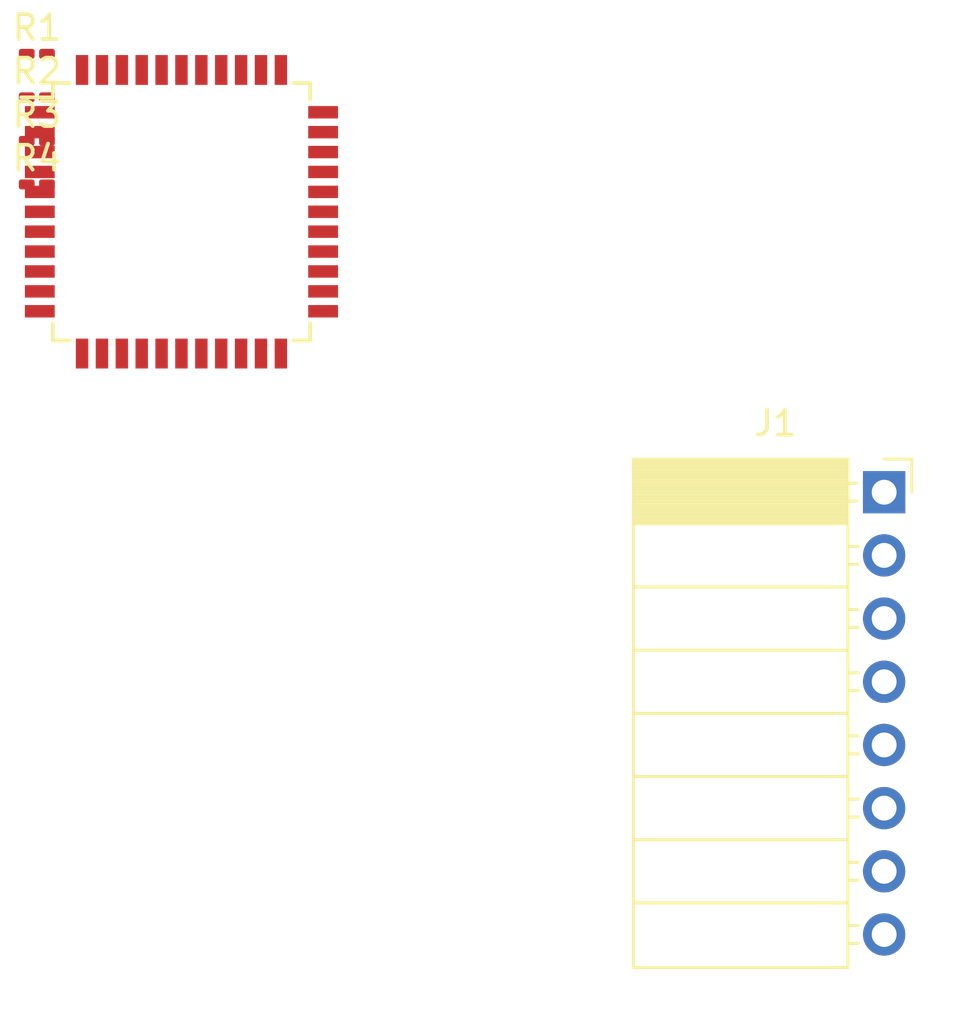
<source format=kicad_pcb>
(kicad_pcb (version 20240108) (generator "pcbnew") (generator_version "8.0")
  (layers (0 "F.Cu" signal) (31 "B.Cu" signal) (34 "B.Paste" user) (35 "F.Paste" user) (36 "B.SilkS" user "B.Silkscreen") (37 "F.SilkS" user "F.Silkscreen") (38 "B.Mask" user) (39 "F.Mask" user) (44 "Edge.Cuts" user))
  (net 0 "")
  (net 4 "IO4")
  (net 5 "IO0")
  (net 6 "IO3")
  (net 7 "IO1")
  (net 8 "IO5")
  (net 9 "IO6")
  (net 10 "IO7")
  (net 11 "IO2")
  (net 12 "Mesh DATA")
  (net 13 "ADC0")
  (net 14 "+3.3V")
  (net 15 "GND")
  (net 16 "Mesh CLK")
  (net 17 "Mesh RST")
  (net 18 "Net-(U1-X13)")
  (net 19 "Net-(U1-X12)")
  (net 20 "Net-(U1-X4)")
  (net 21 "Net-(U1-X5)")
  (net 22 "i2c SCL")
  (net 23 "SPI CLK")
  (net 24 "SPI MISO")
  (net 25 "GPIO1")
  (net 26 "i2c SDA")
  (net 27 "GPIO")
  (net 28 "SPI MOSI")
  (footprint "JumperlessFootprints:LQFP44_Tight" (layer "F.Cu") (at 7.1314 6.3242)
    (property "Reference" "U1" (hide yes))
    (property "Value" "~" (hide yes))
    (fp_line (start -5.5814 -4.7742) (end -5.5814 -4.1992) (stroke (width 0.15)) (layer "F.SilkS"))
    (fp_line (start -5.5814 -4.7742) (end -4.9064 -4.7742) (stroke (width 0.15)) (layer "F.SilkS"))
    (fp_line (start -5.5814 -4.1992) (end -6.8564 -4.1992) (stroke (width 0.15)) (layer "F.SilkS"))
    (fp_line (start -5.5814 5.5758) (end -5.5814 4.9008) (stroke (width 0.15)) (layer "F.SilkS"))
    (fp_line (start -5.5814 5.5758) (end -4.9064 5.5758) (stroke (width 0.15)) (layer "F.SilkS"))
    (fp_line (start 4.7686 -4.7742) (end 4.0936 -4.7742) (stroke (width 0.15)) (layer "F.SilkS"))
    (fp_line (start 4.7686 -4.7742) (end 4.7686 -4.0992) (stroke (width 0.15)) (layer "F.SilkS"))
    (fp_line (start 4.7686 5.5758) (end 4.0936 5.5758) (stroke (width 0.15)) (layer "F.SilkS"))
    (fp_line (start 4.7686 5.5758) (end 4.7686 4.9008) (stroke (width 0.15)) (layer "F.SilkS"))
    (pad "1" smd rect (at -6.1064 -3.5992 180) (size 1.2 0.5) (layers "F.Cu" "F.Paste" "F.Mask") (net 22 "i2c SCL"))
    (pad "2" smd rect (at -6.1064 -2.7992 180) (size 1.2 0.5) (layers "F.Cu" "F.Paste" "F.Mask") (net 26 "i2c SDA"))
    (pad "3" smd rect (at -6.1064 -1.9992 180) (size 1.2 0.5) (layers "F.Cu" "F.Paste" "F.Mask") (net 23 "SPI CLK"))
    (pad "4" smd rect (at -6.1064 -1.1992 180) (size 1.2 0.5) (layers "F.Cu" "F.Paste" "F.Mask") (net 28 "SPI MOSI"))
    (pad "5" smd rect (at -6.1064 -0.3992 180) (size 1.2 0.5) (layers "F.Cu" "F.Paste" "F.Mask") (net 24 "SPI MISO"))
    (pad "6" smd rect (at -6.1064 0.4008 180) (size 1.2 0.5) (layers "F.Cu" "F.Paste" "F.Mask") (net 27 "GPIO"))
    (pad "7" smd rect (at -6.1064 1.2008 180) (size 1.2 0.5) (layers "F.Cu" "F.Paste" "F.Mask") (net 13 "ADC0"))
    (pad "8" smd rect (at -6.1064 2.0008 180) (size 1.2 0.5) (layers "F.Cu" "F.Paste" "F.Mask") (net 25 "GPIO1"))
    (pad "9" smd rect (at -6.1064 2.8008 180) (size 1.2 0.5) (layers "F.Cu" "F.Paste" "F.Mask"))
    (pad "10" smd rect (at -6.1064 3.6008 180) (size 1.2 0.5) (layers "F.Cu" "F.Paste" "F.Mask") (net 15 "GND"))
    (pad "11" smd rect (at -6.1064 4.4008 180) (size 1.2 0.5) (layers "F.Cu" "F.Paste" "F.Mask") (net 10 "IO7"))
    (pad "12" smd rect (at -4.4064 6.1008 270) (size 1.2 0.5) (layers "F.Cu" "F.Paste" "F.Mask") (net 15 "GND"))
    (pad "13" smd rect (at -3.6064 6.1008 270) (size 1.2 0.5) (layers "F.Cu" "F.Paste" "F.Mask") (net 9 "IO6"))
    (pad "14" smd rect (at -2.8064 6.1008 270) (size 1.2 0.5) (layers "F.Cu" "F.Paste" "F.Mask") (net 14 "+3.3V"))
    (pad "15" smd rect (at -2.0064 6.1008 270) (size 1.2 0.5) (layers "F.Cu" "F.Paste" "F.Mask") (net 8 "IO5"))
    (pad "16" smd rect (at -1.2064 6.1008 270) (size 1.2 0.5) (layers "F.Cu" "F.Paste" "F.Mask"))
    (pad "17" smd rect (at -0.4064 6.1008 270) (size 1.2 0.5) (layers "F.Cu" "F.Paste" "F.Mask") (net 4 "IO4"))
    (pad "18" smd rect (at 0.3936 6.1008 270) (size 1.2 0.5) (layers "F.Cu" "F.Paste" "F.Mask") (net 15 "GND"))
    (pad "19" smd rect (at 1.1936 6.1008 270) (size 1.2 0.5) (layers "F.Cu" "F.Paste" "F.Mask") (net 15 "GND"))
    (pad "20" smd rect (at 1.9936 6.1008 270) (size 1.2 0.5) (layers "F.Cu" "F.Paste" "F.Mask") (net 15 "GND"))
    (pad "21" smd rect (at 2.7936 6.1008 270) (size 1.2 0.5) (layers "F.Cu" "F.Paste" "F.Mask") (net 15 "GND"))
    (pad "22" smd rect (at 3.5936 6.1008 270) (size 1.2 0.5) (layers "F.Cu" "F.Paste" "F.Mask"))
    (pad "23" smd rect (at 5.2936 4.4008 180) (size 1.2 0.5) (layers "F.Cu" "F.Paste" "F.Mask"))
    (pad "24" smd rect (at 5.2936 3.6008 180) (size 1.2 0.5) (layers "F.Cu" "F.Paste" "F.Mask") (net 18 "Net-(U1-X13)"))
    (pad "25" smd rect (at 5.2936 2.8008 180) (size 1.2 0.5) (layers "F.Cu" "F.Paste" "F.Mask") (net 19 "Net-(U1-X12)"))
    (pad "26" smd rect (at 5.2936 2.0008 180) (size 1.2 0.5) (layers "F.Cu" "F.Paste" "F.Mask") (net 21 "Net-(U1-X5)"))
    (pad "27" smd rect (at 5.2936 1.2008 180) (size 1.2 0.5) (layers "F.Cu" "F.Paste" "F.Mask") (net 20 "Net-(U1-X4)"))
    (pad "28" smd rect (at 5.2936 0.4008 180) (size 1.2 0.5) (layers "F.Cu" "F.Paste" "F.Mask"))
    (pad "29" smd rect (at 5.2936 -0.3992 180) (size 1.2 0.5) (layers "F.Cu" "F.Paste" "F.Mask"))
    (pad "30" smd rect (at 5.2936 -1.1992 180) (size 1.2 0.5) (layers "F.Cu" "F.Paste" "F.Mask") (net 15 "GND"))
    (pad "31" smd rect (at 5.2936 -1.9992 180) (size 1.2 0.5) (layers "F.Cu" "F.Paste" "F.Mask") (net 14 "+3.3V"))
    (pad "32" smd rect (at 5.2936 -2.7992 180) (size 1.2 0.5) (layers "F.Cu" "F.Paste" "F.Mask"))
    (pad "33" smd rect (at 5.2936 -3.5992 180) (size 1.2 0.5) (layers "F.Cu" "F.Paste" "F.Mask") (net 5 "IO0"))
    (pad "34" smd rect (at 3.5936 -5.2992 270) (size 1.2 0.5) (layers "F.Cu" "F.Paste" "F.Mask") (net 16 "Mesh CLK"))
    (pad "35" smd rect (at 2.7936 -5.2992 270) (size 1.2 0.5) (layers "F.Cu" "F.Paste" "F.Mask") (net 7 "IO1"))
    (pad "36" smd rect (at 1.9936 -5.2992 270) (size 1.2 0.5) (layers "F.Cu" "F.Paste" "F.Mask") (net 12 "Mesh DATA"))
    (pad "37" smd rect (at 1.1936 -5.2992 270) (size 1.2 0.5) (layers "F.Cu" "F.Paste" "F.Mask") (net 11 "IO2"))
    (pad "38" smd rect (at 0.3936 -5.2992 270) (size 1.2 0.5) (layers "F.Cu" "F.Paste" "F.Mask") (net 14 "+3.3V"))
    (pad "39" smd rect (at -0.4064 -5.2992 270) (size 1.2 0.5) (layers "F.Cu" "F.Paste" "F.Mask") (net 6 "IO3"))
    (pad "40" smd rect (at -1.2064 -5.2992 270) (size 1.2 0.5) (layers "F.Cu" "F.Paste" "F.Mask") (net 15 "GND"))
    (pad "41" smd rect (at -2.0064 -5.2992 270) (size 1.2 0.5) (layers "F.Cu" "F.Paste" "F.Mask") (net 17 "Mesh RST"))
    (pad "42" smd rect (at -2.8064 -5.2992 270) (size 1.2 0.5) (layers "F.Cu" "F.Paste" "F.Mask") (net 15 "GND"))
    (pad "43" smd rect (at -3.6064 -5.2992 270) (size 1.2 0.5) (layers "F.Cu" "F.Paste" "F.Mask") (net 15 "GND"))
    (pad "44" smd rect (at -4.4064 -5.2992 270) (size 1.2 0.5) (layers "F.Cu" "F.Paste" "F.Mask"))
  )
  (footprint "Resistor_SMD:R_0201_0603Metric_Pad0.64x0.40mm_HandSolder" (layer "F.Cu") (at 0.905 3.875)
    (property "Reference" "R3" (at 0 -1.05 0) (layer "F.SilkS"))
    (property "Value" "2k2")
    (pad "1" smd roundrect (at -0.4075 0) (size 0.635 0.4) (layers "F.Cu" "F.Mask") (net 14 "+3.3V"))
    (pad "2" smd roundrect (at 0.4075 0) (size 0.635 0.4) (layers "F.Cu" "F.Mask") (net 20 "Net-(U1-X4)"))
  )
  (footprint "Resistor_SMD:R_0201_0603Metric_Pad0.64x0.40mm_HandSolder" (layer "F.Cu") (at 0.905 0.375)
    (property "Reference" "R1" (at 0 -1.05 0) (layer "F.SilkS"))
    (property "Value" "4k7")
    (pad "1" smd roundrect (at -0.4075 0) (size 0.635 0.4) (layers "F.Cu" "F.Mask") (net 18 "Net-(U1-X13)"))
    (pad "2" smd roundrect (at 0.4075 0) (size 0.635 0.4) (layers "F.Cu" "F.Mask") (net 15 "GND"))
  )
  (footprint "Resistor_SMD:R_0201_0603Metric_Pad0.64x0.40mm_HandSolder" (layer "F.Cu") (at 0.905 5.625)
    (property "Reference" "R4" (at 0 -1.05 0) (layer "F.SilkS"))
    (property "Value" "2k2")
    (pad "1" smd roundrect (at -0.4075 0) (size 0.635 0.4) (layers "F.Cu" "F.Mask") (net 21 "Net-(U1-X5)"))
    (pad "2" smd roundrect (at 0.4075 0) (size 0.635 0.4) (layers "F.Cu" "F.Mask") (net 15 "GND"))
  )
  (footprint "Resistor_SMD:R_0201_0603Metric_Pad0.64x0.40mm_HandSolder" (layer "F.Cu") (at 0.905 2.125)
    (property "Reference" "R2" (at 0 -1.05 0) (layer "F.SilkS"))
    (property "Value" "4k7")
    (pad "1" smd roundrect (at -0.4075 0) (size 0.635 0.4) (layers "F.Cu" "F.Mask") (net 14 "+3.3V"))
    (pad "2" smd roundrect (at 0.4075 0) (size 0.635 0.4) (layers "F.Cu" "F.Mask") (net 19 "Net-(U1-X12)"))
  )
  (footprint "Connector_PinSocket_2.54mm:PinSocket_1x08_P2.54mm_Horizontal" (layer "F.Cu") (at 35 18)
    (property "Reference" "J1" (at -4.38 -2.77 0) (layer "F.SilkS"))
    (property "Value" "Conn_01x08_Socket")
    (fp_line (start -10.09 -1.33) (end -10.09 19.11) (stroke (width 0.12)) (layer "F.SilkS"))
    (fp_line (start -10.09 -1.33) (end -1.46 -1.33) (stroke (width 0.12)) (layer "F.SilkS"))
    (fp_line (start -10.09 -1.21) (end -1.46 -1.21) (stroke (width 0.12)) (layer "F.SilkS"))
    (fp_line (start -10.09 -1.091905) (end -1.46 -1.091905) (stroke (width 0.12)) (layer "F.SilkS"))
    (fp_line (start -10.09 -0.97381) (end -1.46 -0.97381) (stroke (width 0.12)) (layer "F.SilkS"))
    (fp_line (start -10.09 -0.855715) (end -1.46 -0.855715) (stroke (width 0.12)) (layer "F.SilkS"))
    (fp_line (start -10.09 -0.73762) (end -1.46 -0.73762) (stroke (width 0.12)) (layer "F.SilkS"))
    (fp_line (start -10.09 -0.619525) (end -1.46 -0.619525) (stroke (width 0.12)) (layer "F.SilkS"))
    (fp_line (start -10.09 -0.50143) (end -1.46 -0.50143) (stroke (width 0.12)) (layer "F.SilkS"))
    (fp_line (start -10.09 -0.383335) (end -1.46 -0.383335) (stroke (width 0.12)) (layer "F.SilkS"))
    (fp_line (start -10.09 -0.26524) (end -1.46 -0.26524) (stroke (width 0.12)) (layer "F.SilkS"))
    (fp_line (start -10.09 -0.147145) (end -1.46 -0.147145) (stroke (width 0.12)) (layer "F.SilkS"))
    (fp_line (start -10.09 -0.02905) (end -1.46 -0.02905) (stroke (width 0.12)) (layer "F.SilkS"))
    (fp_line (start -10.09 0.089045) (end -1.46 0.089045) (stroke (width 0.12)) (layer "F.SilkS"))
    (fp_line (start -10.09 0.20714) (end -1.46 0.20714) (stroke (width 0.12)) (layer "F.SilkS"))
    (fp_line (start -10.09 0.325235) (end -1.46 0.325235) (stroke (width 0.12)) (layer "F.SilkS"))
    (fp_line (start -10.09 0.44333) (end -1.46 0.44333) (stroke (width 0.12)) (layer "F.SilkS"))
    (fp_line (start -10.09 0.561425) (end -1.46 0.561425) (stroke (width 0.12)) (layer "F.SilkS"))
    (fp_line (start -10.09 0.67952) (end -1.46 0.67952) (stroke (width 0.12)) (layer "F.SilkS"))
    (fp_line (start -10.09 0.797615) (end -1.46 0.797615) (stroke (width 0.12)) (layer "F.SilkS"))
    (fp_line (start -10.09 0.91571) (end -1.46 0.91571) (stroke (width 0.12)) (layer "F.SilkS"))
    (fp_line (start -10.09 1.033805) (end -1.46 1.033805) (stroke (width 0.12)) (layer "F.SilkS"))
    (fp_line (start -10.09 1.1519) (end -1.46 1.1519) (stroke (width 0.12)) (layer "F.SilkS"))
    (fp_line (start -10.09 1.27) (end -1.46 1.27) (stroke (width 0.12)) (layer "F.SilkS"))
    (fp_line (start -10.09 3.81) (end -1.46 3.81) (stroke (width 0.12)) (layer "F.SilkS"))
    (fp_line (start -10.09 6.35) (end -1.46 6.35) (stroke (width 0.12)) (layer "F.SilkS"))
    (fp_line (start -10.09 8.89) (end -1.46 8.89) (stroke (width 0.12)) (layer "F.SilkS"))
    (fp_line (start -10.09 11.43) (end -1.46 11.43) (stroke (width 0.12)) (layer "F.SilkS"))
    (fp_line (start -10.09 13.97) (end -1.46 13.97) (stroke (width 0.12)) (layer "F.SilkS"))
    (fp_line (start -10.09 16.51) (end -1.46 16.51) (stroke (width 0.12)) (layer "F.SilkS"))
    (fp_line (start -10.09 19.11) (end -1.46 19.11) (stroke (width 0.12)) (layer "F.SilkS"))
    (fp_line (start -1.46 -1.33) (end -1.46 19.11) (stroke (width 0.12)) (layer "F.SilkS"))
    (fp_line (start -1.46 -0.36) (end -1.11 -0.36) (stroke (width 0.12)) (layer "F.SilkS"))
    (fp_line (start -1.46 0.36) (end -1.11 0.36) (stroke (width 0.12)) (layer "F.SilkS"))
    (fp_line (start -1.46 2.18) (end -1.05 2.18) (stroke (width 0.12)) (layer "F.SilkS"))
    (fp_line (start -1.46 2.9) (end -1.05 2.9) (stroke (width 0.12)) (layer "F.SilkS"))
    (fp_line (start -1.46 4.72) (end -1.05 4.72) (stroke (width 0.12)) (layer "F.SilkS"))
    (fp_line (start -1.46 5.44) (end -1.05 5.44) (stroke (width 0.12)) (layer "F.SilkS"))
    (fp_line (start -1.46 7.26) (end -1.05 7.26) (stroke (width 0.12)) (layer "F.SilkS"))
    (fp_line (start -1.46 7.98) (end -1.05 7.98) (stroke (width 0.12)) (layer "F.SilkS"))
    (fp_line (start -1.46 9.8) (end -1.05 9.8) (stroke (width 0.12)) (layer "F.SilkS"))
    (fp_line (start -1.46 10.52) (end -1.05 10.52) (stroke (width 0.12)) (layer "F.SilkS"))
    (fp_line (start -1.46 12.34) (end -1.05 12.34) (stroke (width 0.12)) (layer "F.SilkS"))
    (fp_line (start -1.46 13.06) (end -1.05 13.06) (stroke (width 0.12)) (layer "F.SilkS"))
    (fp_line (start -1.46 14.88) (end -1.05 14.88) (stroke (width 0.12)) (layer "F.SilkS"))
    (fp_line (start -1.46 15.6) (end -1.05 15.6) (stroke (width 0.12)) (layer "F.SilkS"))
    (fp_line (start -1.46 17.42) (end -1.05 17.42) (stroke (width 0.12)) (layer "F.SilkS"))
    (fp_line (start -1.46 18.14) (end -1.05 18.14) (stroke (width 0.12)) (layer "F.SilkS"))
    (fp_line (start 0 -1.33) (end 1.11 -1.33) (stroke (width 0.12)) (layer "F.SilkS"))
    (fp_line (start 1.11 -1.33) (end 1.11 0) (stroke (width 0.12)) (layer "F.SilkS"))
    (pad "1" thru_hole rect (at 0 0) (size 1.7 1.7) (drill 1) (layers "*.Cu" "*.Mask") (net 5 "IO0"))
    (pad "2" thru_hole oval (at 0 2.54) (size 1.7 1.7) (drill 1) (layers "*.Cu" "*.Mask") (net 7 "IO1"))
    (pad "3" thru_hole oval (at 0 5.08) (size 1.7 1.7) (drill 1) (layers "*.Cu" "*.Mask") (net 11 "IO2"))
    (pad "4" thru_hole oval (at 0 7.62) (size 1.7 1.7) (drill 1) (layers "*.Cu" "*.Mask") (net 6 "IO3"))
    (pad "5" thru_hole oval (at 0 10.16) (size 1.7 1.7) (drill 1) (layers "*.Cu" "*.Mask") (net 4 "IO4"))
    (pad "6" thru_hole oval (at 0 12.7) (size 1.7 1.7) (drill 1) (layers "*.Cu" "*.Mask") (net 8 "IO5"))
    (pad "7" thru_hole oval (at 0 15.24) (size 1.7 1.7) (drill 1) (layers "*.Cu" "*.Mask") (net 9 "IO6"))
    (pad "8" thru_hole oval (at 0 17.78) (size 1.7 1.7) (drill 1) (layers "*.Cu" "*.Mask") (net 10 "IO7"))
  )
)
</source>
